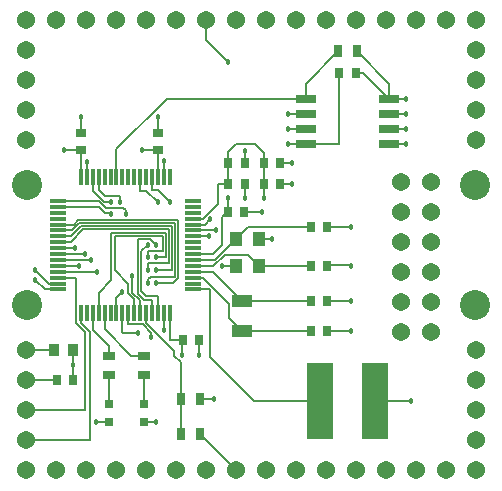
<source format=gbr>
%TF.GenerationSoftware,KiCad,Pcbnew,(6.0.5)*%
%TF.CreationDate,2022-06-03T10:14:53-04:00*%
%TF.ProjectId,pq-cdh,70712d63-6468-42e6-9b69-6361645f7063,V1.0.1*%
%TF.SameCoordinates,Original*%
%TF.FileFunction,Copper,L1,Top*%
%TF.FilePolarity,Positive*%
%FSLAX46Y46*%
G04 Gerber Fmt 4.6, Leading zero omitted, Abs format (unit mm)*
G04 Created by KiCad (PCBNEW (6.0.5)) date 2022-06-03 10:14:53*
%MOMM*%
%LPD*%
G01*
G04 APERTURE LIST*
%TA.AperFunction,ComponentPad*%
%ADD10C,1.540000*%
%TD*%
%TA.AperFunction,SMDPad,CuDef*%
%ADD11R,0.800000X1.000000*%
%TD*%
%TA.AperFunction,SMDPad,CuDef*%
%ADD12R,0.940000X0.750000*%
%TD*%
%TA.AperFunction,SMDPad,CuDef*%
%ADD13R,0.900000X1.000000*%
%TD*%
%TA.AperFunction,ComponentPad*%
%ADD14C,2.540000*%
%TD*%
%TA.AperFunction,SMDPad,CuDef*%
%ADD15R,0.750000X0.940000*%
%TD*%
%TA.AperFunction,SMDPad,CuDef*%
%ADD16R,1.475000X0.300000*%
%TD*%
%TA.AperFunction,SMDPad,CuDef*%
%ADD17R,0.300000X1.475000*%
%TD*%
%TA.AperFunction,SMDPad,CuDef*%
%ADD18R,1.000000X0.800000*%
%TD*%
%TA.AperFunction,SMDPad,CuDef*%
%ADD19R,1.800000X1.000000*%
%TD*%
%TA.AperFunction,SMDPad,CuDef*%
%ADD20R,0.800000X0.800000*%
%TD*%
%TA.AperFunction,SMDPad,CuDef*%
%ADD21R,1.785000X0.650000*%
%TD*%
%TA.AperFunction,SMDPad,CuDef*%
%ADD22R,1.100000X1.300000*%
%TD*%
%TA.AperFunction,SMDPad,CuDef*%
%ADD23R,2.300000X6.400000*%
%TD*%
%TA.AperFunction,ViaPad*%
%ADD24C,0.457200*%
%TD*%
%TA.AperFunction,Conductor*%
%ADD25C,0.127000*%
%TD*%
G04 APERTURE END LIST*
D10*
%TO.P,J1,1,Pin_1*%
%TO.N,VDD*%
X135950000Y-116890000D03*
%TO.P,J1,2,Pin_2*%
%TO.N,GND*%
X135950000Y-119430000D03*
%TO.P,J1,3,Pin_3*%
%TO.N,/SWDIO*%
X135950000Y-121970000D03*
%TO.P,J1,4,Pin_4*%
%TO.N,/SWCLK*%
X135950000Y-124510000D03*
%TD*%
D11*
%TO.P,R5,1*%
%TO.N,/VDD_FILT*%
X164000000Y-91600000D03*
%TO.P,R5,2*%
%TO.N,/SPI1_NSS*%
X162400000Y-91600000D03*
%TD*%
D10*
%TO.P,J5,1,Pin_1*%
%TO.N,unconnected-(J5-Pad1)*%
X135950000Y-88950000D03*
%TO.P,J5,2,Pin_2*%
%TO.N,unconnected-(J5-Pad2)*%
X138490000Y-88950000D03*
%TO.P,J5,3,Pin_3*%
%TO.N,GND*%
X141030000Y-88950000D03*
%TO.P,J5,4,Pin_4*%
%TO.N,unconnected-(J5-Pad4)*%
X143570000Y-88950000D03*
%TO.P,J5,5,Pin_5*%
%TO.N,unconnected-(J5-Pad5)*%
X146110000Y-88950000D03*
%TO.P,J5,6,Pin_6*%
%TO.N,unconnected-(J5-Pad6)*%
X148650000Y-88950000D03*
%TO.P,J5,7,Pin_7*%
%TO.N,/NRST*%
X151190000Y-88950000D03*
%TO.P,J5,8,Pin_8*%
%TO.N,/USART1_CK*%
X153730000Y-88950000D03*
%TO.P,J5,9,Pin_9*%
%TO.N,/USART1_CTS*%
X156270000Y-88950000D03*
%TO.P,J5,10,Pin_10*%
%TO.N,/USART1_TX*%
X158810000Y-88950000D03*
%TO.P,J5,11,Pin_11*%
%TO.N,/USART1_RX*%
X161350000Y-88950000D03*
%TO.P,J5,12,Pin_12*%
%TO.N,/USART1_RTS*%
X163890000Y-88950000D03*
%TO.P,J5,13,Pin_13*%
%TO.N,unconnected-(J5-Pad13)*%
X166430000Y-88950000D03*
%TO.P,J5,14,Pin_14*%
%TO.N,unconnected-(J5-Pad14)*%
X168970000Y-88950000D03*
%TO.P,J5,15,Pin_15*%
%TO.N,unconnected-(J5-Pad15)*%
X171510000Y-88950000D03*
%TO.P,J5,16,Pin_16*%
%TO.N,unconnected-(J5-Pad16)*%
X174050000Y-88950000D03*
%TD*%
D12*
%TO.P,C2,1*%
%TO.N,/VDD_FILT*%
X140650000Y-99900000D03*
%TO.P,C2,2*%
%TO.N,GND*%
X140650000Y-98500000D03*
%TD*%
D13*
%TO.P,FB1,1,1*%
%TO.N,VDD*%
X138400000Y-116900000D03*
%TO.P,FB1,2,2*%
%TO.N,/VDD_FILT*%
X140000000Y-116900000D03*
%TD*%
D14*
%TO.P,J6,1,Pin_1*%
%TO.N,GND*%
X173990000Y-113070000D03*
%TO.P,J6,2,Pin_2*%
X136070000Y-113070000D03*
%TO.P,J6,3,Pin_3*%
X173990000Y-102910000D03*
%TO.P,J6,4,Pin_4*%
X136070000Y-102910000D03*
%TD*%
D15*
%TO.P,C10,1*%
%TO.N,Net-(C10-Pad1)*%
X160100000Y-106500000D03*
%TO.P,C10,2*%
%TO.N,GND*%
X161500000Y-106500000D03*
%TD*%
D16*
%TO.P,IC1,1,VBAT*%
%TO.N,/VBAT*%
X150138000Y-111750000D03*
%TO.P,IC1,2,PC13*%
%TO.N,unconnected-(IC1-Pad2)*%
X150138000Y-111250000D03*
%TO.P,IC1,3,PC14-OSC32_IN*%
%TO.N,Net-(C13-Pad1)*%
X150138000Y-110750000D03*
%TO.P,IC1,4,PC15-OSC32_OUT*%
%TO.N,Net-(C12-Pad1)*%
X150138000Y-110250000D03*
%TO.P,IC1,5,PH0-OSC_IN*%
%TO.N,Net-(C11-Pad1)*%
X150138000Y-109750000D03*
%TO.P,IC1,6,PH1-OSC_OUT*%
%TO.N,Net-(C10-Pad1)*%
X150138000Y-109250000D03*
%TO.P,IC1,7,NRST*%
%TO.N,/NRST*%
X150138000Y-108750000D03*
%TO.P,IC1,8,PC0*%
%TO.N,unconnected-(IC1-Pad8)*%
X150138000Y-108250000D03*
%TO.P,IC1,9,PC1*%
%TO.N,unconnected-(IC1-Pad9)*%
X150138000Y-107750000D03*
%TO.P,IC1,10,PC2*%
%TO.N,/IO1_WP*%
X150138000Y-107250000D03*
%TO.P,IC1,11,PC3*%
%TO.N,/IO2_HR*%
X150138000Y-106750000D03*
%TO.P,IC1,12,VSSA/VREF-*%
%TO.N,GND*%
X150138000Y-106250000D03*
%TO.P,IC1,13,VDDA/VREF+*%
%TO.N,/VDD_FILT*%
X150138000Y-105750000D03*
%TO.P,IC1,14,PA0*%
%TO.N,unconnected-(IC1-Pad14)*%
X150138000Y-105250000D03*
%TO.P,IC1,15,PA1*%
%TO.N,unconnected-(IC1-Pad15)*%
X150138000Y-104750000D03*
%TO.P,IC1,16,PA2*%
%TO.N,unconnected-(IC1-Pad16)*%
X150138000Y-104250000D03*
D17*
%TO.P,IC1,17,PA3*%
%TO.N,unconnected-(IC1-Pad17)*%
X148150000Y-102262000D03*
%TO.P,IC1,18,VSS_1*%
%TO.N,GND*%
X147650000Y-102262000D03*
%TO.P,IC1,19,VDD_1*%
%TO.N,/VDD_FILT*%
X147150000Y-102262000D03*
%TO.P,IC1,20,PA4*%
%TO.N,/DCMI_HSYNC*%
X146650000Y-102262000D03*
%TO.P,IC1,21,PA5*%
%TO.N,unconnected-(IC1-Pad21)*%
X146150000Y-102262000D03*
%TO.P,IC1,22,PA6*%
%TO.N,/DCMI_PIXCLK*%
X145650000Y-102262000D03*
%TO.P,IC1,23,PA7*%
%TO.N,unconnected-(IC1-Pad23)*%
X145150000Y-102262000D03*
%TO.P,IC1,24,PC4*%
%TO.N,unconnected-(IC1-Pad24)*%
X144650000Y-102262000D03*
%TO.P,IC1,25,PC5*%
%TO.N,unconnected-(IC1-Pad25)*%
X144150000Y-102262000D03*
%TO.P,IC1,26,PB0*%
%TO.N,/SPI1_NSS*%
X143650000Y-102262000D03*
%TO.P,IC1,27,PB1*%
%TO.N,unconnected-(IC1-Pad27)*%
X143150000Y-102262000D03*
%TO.P,IC1,28,PB2*%
%TO.N,unconnected-(IC1-Pad28)*%
X142650000Y-102262000D03*
%TO.P,IC1,29,PB10*%
%TO.N,/LPUART_RX*%
X142150000Y-102262000D03*
%TO.P,IC1,30,PB11*%
%TO.N,/LPUART_TX*%
X141650000Y-102262000D03*
%TO.P,IC1,31,VSS_2*%
%TO.N,GND*%
X141150000Y-102262000D03*
%TO.P,IC1,32,VDD_2*%
%TO.N,/VDD_FILT*%
X140650000Y-102262000D03*
D16*
%TO.P,IC1,33,PB12*%
%TO.N,/LPUART_RTS*%
X138662000Y-104250000D03*
%TO.P,IC1,34,PB13*%
%TO.N,/LPUART_CTS*%
X138662000Y-104750000D03*
%TO.P,IC1,35,PB14*%
%TO.N,unconnected-(IC1-Pad35)*%
X138662000Y-105250000D03*
%TO.P,IC1,36,PB15*%
%TO.N,unconnected-(IC1-Pad36)*%
X138662000Y-105750000D03*
%TO.P,IC1,37,PC6*%
%TO.N,/DCMI_D0*%
X138662000Y-106250000D03*
%TO.P,IC1,38,PC7*%
%TO.N,/DCMI_D1*%
X138662000Y-106750000D03*
%TO.P,IC1,39,PC8*%
%TO.N,/DCMI_D2*%
X138662000Y-107250000D03*
%TO.P,IC1,40,PC9*%
%TO.N,/DCMI_D3*%
X138662000Y-107750000D03*
%TO.P,IC1,41,PA8*%
%TO.N,/USART1_CK*%
X138662000Y-108250000D03*
%TO.P,IC1,42,PA9*%
%TO.N,/USART1_TX*%
X138662000Y-108750000D03*
%TO.P,IC1,43,PA10*%
%TO.N,/USART1_RX*%
X138662000Y-109250000D03*
%TO.P,IC1,44,PA11*%
%TO.N,/USART1_CTS*%
X138662000Y-109750000D03*
%TO.P,IC1,45,PA12*%
%TO.N,/USART1_RTS*%
X138662000Y-110250000D03*
%TO.P,IC1,46,PA13*%
%TO.N,/SWDIO*%
X138662000Y-110750000D03*
%TO.P,IC1,47,VSS_3*%
%TO.N,GND*%
X138662000Y-111250000D03*
%TO.P,IC1,48,VDDUSB*%
%TO.N,/VDD_FILT*%
X138662000Y-111750000D03*
D17*
%TO.P,IC1,49,PA14*%
%TO.N,/SWCLK*%
X140650000Y-113738000D03*
%TO.P,IC1,50,PA15*%
%TO.N,unconnected-(IC1-Pad50)*%
X141150000Y-113738000D03*
%TO.P,IC1,51,PC10*%
%TO.N,/LED1*%
X141650000Y-113738000D03*
%TO.P,IC1,52,PC11*%
%TO.N,/DCMI_D4*%
X142150000Y-113738000D03*
%TO.P,IC1,53,PC12*%
%TO.N,/LED2*%
X142650000Y-113738000D03*
%TO.P,IC1,54,PD2*%
%TO.N,unconnected-(IC1-Pad54)*%
X143150000Y-113738000D03*
%TO.P,IC1,55,PB3*%
%TO.N,/SPI1_SCK*%
X143650000Y-113738000D03*
%TO.P,IC1,56,PB4*%
%TO.N,/SPI1_MISO*%
X144150000Y-113738000D03*
%TO.P,IC1,57,PB5*%
%TO.N,/SPI1_MOSI*%
X144650000Y-113738000D03*
%TO.P,IC1,58,PB6*%
%TO.N,/DCMI_D5*%
X145150000Y-113738000D03*
%TO.P,IC1,59,PB7*%
%TO.N,/DCMI_VSYNC*%
X145650000Y-113738000D03*
%TO.P,IC1,60,PH3-BOOT0*%
%TO.N,Net-(IC1-Pad60)*%
X146150000Y-113738000D03*
%TO.P,IC1,61,PB8*%
%TO.N,/DCMI_D6*%
X146650000Y-113738000D03*
%TO.P,IC1,62,PB9*%
%TO.N,/DCMI_D7*%
X147150000Y-113738000D03*
%TO.P,IC1,63,VSS_4*%
%TO.N,GND*%
X147650000Y-113738000D03*
%TO.P,IC1,64,VDD_3*%
%TO.N,/VDD_FILT*%
X148150000Y-113738000D03*
%TD*%
D15*
%TO.P,C11,1*%
%TO.N,Net-(C11-Pad1)*%
X160100000Y-109750000D03*
%TO.P,C11,2*%
%TO.N,GND*%
X161500000Y-109750000D03*
%TD*%
D10*
%TO.P,J7,1,Pin_1*%
%TO.N,/DCMI_D0*%
X170270000Y-115350000D03*
%TO.P,J7,2,Pin_2*%
%TO.N,/DCMI_D1*%
X167730000Y-115350000D03*
%TO.P,J7,3,Pin_3*%
%TO.N,/DCMI_D2*%
X170270000Y-112810000D03*
%TO.P,J7,4,Pin_4*%
%TO.N,/DCMI_D3*%
X167730000Y-112810000D03*
%TO.P,J7,5,Pin_5*%
%TO.N,/DCMI_D4*%
X170270000Y-110270000D03*
%TO.P,J7,6,Pin_6*%
%TO.N,/DCMI_D5*%
X167730000Y-110270000D03*
%TO.P,J7,7,Pin_7*%
%TO.N,/DCMI_D6*%
X170270000Y-107730000D03*
%TO.P,J7,8,Pin_8*%
%TO.N,/DCMI_D7*%
X167730000Y-107730000D03*
%TO.P,J7,9,Pin_9*%
%TO.N,unconnected-(J7-Pad9)*%
X170270000Y-105190000D03*
%TO.P,J7,10,Pin_10*%
%TO.N,/DCMI_PIXCLK*%
X167730000Y-105190000D03*
%TO.P,J7,11,Pin_11*%
%TO.N,/DCMI_HSYNC*%
X170270000Y-102650000D03*
%TO.P,J7,12,Pin_12*%
%TO.N,/DCMI_VSYNC*%
X167730000Y-102650000D03*
%TD*%
%TO.P,J8,1,Pin_1*%
%TO.N,unconnected-(J8-Pad1)*%
X174050000Y-116890000D03*
%TO.P,J8,2,Pin_2*%
%TO.N,GND*%
X174050000Y-119430000D03*
%TO.P,J8,3,Pin_3*%
%TO.N,unconnected-(J8-Pad3)*%
X174050000Y-121970000D03*
%TO.P,J8,4,Pin_4*%
%TO.N,unconnected-(J8-Pad4)*%
X174050000Y-124510000D03*
%TD*%
D18*
%TO.P,R2,1*%
%TO.N,/LED2*%
X146000000Y-117400000D03*
%TO.P,R2,2*%
%TO.N,Net-(LED2-Pad2)*%
X146000000Y-119000000D03*
%TD*%
D12*
%TO.P,C3,1*%
%TO.N,/VDD_FILT*%
X147150000Y-99900000D03*
%TO.P,C3,2*%
%TO.N,GND*%
X147150000Y-98500000D03*
%TD*%
D19*
%TO.P,Y2,1,1*%
%TO.N,Net-(C13-Pad1)*%
X154300000Y-115275000D03*
%TO.P,Y2,2,2*%
%TO.N,Net-(C12-Pad1)*%
X154300000Y-112725000D03*
%TD*%
D10*
%TO.P,J4,1,Pin_1*%
%TO.N,unconnected-(J4-Pad1)*%
X135950000Y-91490000D03*
%TO.P,J4,2,Pin_2*%
%TO.N,unconnected-(J4-Pad2)*%
X135950000Y-94030000D03*
%TO.P,J4,3,Pin_3*%
%TO.N,GND*%
X135950000Y-96570000D03*
%TO.P,J4,4,Pin_4*%
%TO.N,unconnected-(J4-Pad4)*%
X135950000Y-99110000D03*
%TD*%
D15*
%TO.P,C12,1*%
%TO.N,Net-(C12-Pad1)*%
X160100000Y-112725000D03*
%TO.P,C12,2*%
%TO.N,GND*%
X161500000Y-112725000D03*
%TD*%
D10*
%TO.P,J2,1,Pin_1*%
%TO.N,unconnected-(J2-Pad1)*%
X135950000Y-127050000D03*
%TO.P,J2,2,Pin_2*%
%TO.N,unconnected-(J2-Pad2)*%
X138490000Y-127050000D03*
%TO.P,J2,3,Pin_3*%
%TO.N,unconnected-(J2-Pad3)*%
X141030000Y-127050000D03*
%TO.P,J2,4,Pin_4*%
%TO.N,unconnected-(J2-Pad4)*%
X143570000Y-127050000D03*
%TO.P,J2,5,Pin_5*%
%TO.N,unconnected-(J2-Pad5)*%
X146110000Y-127050000D03*
%TO.P,J2,6,Pin_6*%
%TO.N,unconnected-(J2-Pad6)*%
X148650000Y-127050000D03*
%TO.P,J2,7,Pin_7*%
%TO.N,unconnected-(J2-Pad7)*%
X151190000Y-127050000D03*
%TO.P,J2,8,Pin_8*%
%TO.N,/BOOT0*%
X153730000Y-127050000D03*
%TO.P,J2,9,Pin_9*%
%TO.N,/LPUART_CTS*%
X156270000Y-127050000D03*
%TO.P,J2,10,Pin_10*%
%TO.N,/LPUART_TX*%
X158810000Y-127050000D03*
%TO.P,J2,11,Pin_11*%
%TO.N,/LPUART_RX*%
X161350000Y-127050000D03*
%TO.P,J2,12,Pin_12*%
%TO.N,/LPUART_RTS*%
X163890000Y-127050000D03*
%TO.P,J2,13,Pin_13*%
%TO.N,unconnected-(J2-Pad13)*%
X166430000Y-127050000D03*
%TO.P,J2,14,Pin_14*%
%TO.N,unconnected-(J2-Pad14)*%
X168970000Y-127050000D03*
%TO.P,J2,15,Pin_15*%
%TO.N,unconnected-(J2-Pad15)*%
X171510000Y-127050000D03*
%TO.P,J2,16,Pin_16*%
%TO.N,unconnected-(J2-Pad16)*%
X174050000Y-127050000D03*
%TD*%
D20*
%TO.P,LED1,1*%
%TO.N,GND*%
X143000000Y-122950000D03*
%TO.P,LED1,2*%
%TO.N,Net-(LED1-Pad2)*%
X143000000Y-121450000D03*
%TD*%
D11*
%TO.P,R3,1*%
%TO.N,Net-(IC1-Pad60)*%
X149100000Y-121000000D03*
%TO.P,R3,2*%
%TO.N,GND*%
X150700000Y-121000000D03*
%TD*%
D15*
%TO.P,C8,1*%
%TO.N,/VDD_FILT*%
X156100000Y-102800000D03*
%TO.P,C8,2*%
%TO.N,GND*%
X157500000Y-102800000D03*
%TD*%
%TO.P,C5,1*%
%TO.N,/VDD_FILT*%
X153100000Y-102800000D03*
%TO.P,C5,2*%
%TO.N,GND*%
X154500000Y-102800000D03*
%TD*%
D21*
%TO.P,IC2,1,CE#*%
%TO.N,/SPI1_NSS*%
X159668000Y-95595000D03*
%TO.P,IC2,2,SO(IO1)*%
%TO.N,/SPI1_MISO*%
X159668000Y-96865000D03*
%TO.P,IC2,3,WP#(IO2)*%
%TO.N,/IO1_WP*%
X159668000Y-98135000D03*
%TO.P,IC2,4,GND*%
%TO.N,GND*%
X159668000Y-99405000D03*
%TO.P,IC2,5,SI(IO0)*%
%TO.N,/SPI1_MOSI*%
X166732000Y-99405000D03*
%TO.P,IC2,6,SCK*%
%TO.N,/SPI1_SCK*%
X166732000Y-98135000D03*
%TO.P,IC2,7,HOLD#_OR__RESET#(IO3)*%
%TO.N,/IO2_HR*%
X166732000Y-96865000D03*
%TO.P,IC2,8,VCC*%
%TO.N,/VDD_FILT*%
X166732000Y-95595000D03*
%TD*%
D22*
%TO.P,Y1,1,CRYSTAL_1*%
%TO.N,Net-(C11-Pad1)*%
X155700000Y-109750000D03*
%TO.P,Y1,2,GND_1*%
%TO.N,GND*%
X155700000Y-107450000D03*
%TO.P,Y1,3,CRYSTAL_2*%
%TO.N,Net-(C10-Pad1)*%
X153800000Y-107450000D03*
%TO.P,Y1,4,GND_2*%
%TO.N,GND*%
X153800000Y-109750000D03*
%TD*%
D15*
%TO.P,C7,1*%
%TO.N,/VDD_FILT*%
X156100000Y-101000000D03*
%TO.P,C7,2*%
%TO.N,GND*%
X157500000Y-101000000D03*
%TD*%
%TO.P,C1,1*%
%TO.N,/VDD_FILT*%
X140000000Y-119430000D03*
%TO.P,C1,2*%
%TO.N,GND*%
X138600000Y-119430000D03*
%TD*%
%TO.P,C6,1*%
%TO.N,/VDD_FILT*%
X153100000Y-101000000D03*
%TO.P,C6,2*%
%TO.N,GND*%
X154500000Y-101000000D03*
%TD*%
D10*
%TO.P,J3,1,Pin_1*%
%TO.N,unconnected-(J3-Pad1)*%
X174050000Y-99110000D03*
%TO.P,J3,2,Pin_2*%
%TO.N,unconnected-(J3-Pad2)*%
X174050000Y-96570000D03*
%TO.P,J3,3,Pin_3*%
%TO.N,unconnected-(J3-Pad3)*%
X174050000Y-94030000D03*
%TO.P,J3,4,Pin_4*%
%TO.N,unconnected-(J3-Pad4)*%
X174050000Y-91490000D03*
%TD*%
D18*
%TO.P,R1,1*%
%TO.N,/LED1*%
X143000000Y-117400000D03*
%TO.P,R1,2*%
%TO.N,Net-(LED1-Pad2)*%
X143000000Y-119000000D03*
%TD*%
D11*
%TO.P,R4,1*%
%TO.N,/BOOT0*%
X150700000Y-124000000D03*
%TO.P,R4,2*%
%TO.N,Net-(IC1-Pad60)*%
X149100000Y-124000000D03*
%TD*%
D15*
%TO.P,C13,1*%
%TO.N,Net-(C13-Pad1)*%
X160100000Y-115275000D03*
%TO.P,C13,2*%
%TO.N,GND*%
X161500000Y-115275000D03*
%TD*%
%TO.P,C4,1*%
%TO.N,/VDD_FILT*%
X149240000Y-116040000D03*
%TO.P,C4,2*%
%TO.N,GND*%
X150640000Y-116040000D03*
%TD*%
%TO.P,C9,1*%
%TO.N,/NRST*%
X153050000Y-105200000D03*
%TO.P,C9,2*%
%TO.N,GND*%
X154450000Y-105200000D03*
%TD*%
D20*
%TO.P,LED2,1*%
%TO.N,GND*%
X146000000Y-122950000D03*
%TO.P,LED2,2*%
%TO.N,Net-(LED2-Pad2)*%
X146000000Y-121450000D03*
%TD*%
D15*
%TO.P,C14,1*%
%TO.N,/VDD_FILT*%
X163900000Y-93400000D03*
%TO.P,C14,2*%
%TO.N,GND*%
X162500000Y-93400000D03*
%TD*%
D23*
%TO.P,C15,1*%
%TO.N,/VBAT*%
X160900000Y-121200000D03*
%TO.P,C15,2*%
%TO.N,GND*%
X165500000Y-121200000D03*
%TD*%
D24*
%TO.N,GND*%
X158200000Y-99400000D03*
X158500000Y-102800000D03*
X147650000Y-100850000D03*
X151600000Y-105800000D03*
X147150000Y-97150000D03*
X136770000Y-110120000D03*
X154500000Y-104000000D03*
X163500000Y-115300000D03*
X152600000Y-109750000D03*
X168600000Y-121200000D03*
X156800000Y-107450000D03*
X163500000Y-106500000D03*
X141150000Y-100950000D03*
X147650000Y-115220000D03*
X163500000Y-109750000D03*
X156000000Y-105200000D03*
X147020000Y-122950000D03*
X158500000Y-101000000D03*
X151900000Y-121000000D03*
X150600000Y-117310000D03*
X141900000Y-122950000D03*
X154500000Y-100000000D03*
X163500000Y-112700000D03*
X140650000Y-97150000D03*
%TO.N,/USART1_RTS*%
X142000000Y-110250000D03*
%TO.N,/USART1_RX*%
X141500000Y-109250000D03*
%TO.N,/USART1_TX*%
X141000000Y-108750000D03*
%TO.N,/USART1_CTS*%
X140500000Y-109750000D03*
%TO.N,/USART1_CK*%
X140100000Y-108250000D03*
%TO.N,/NRST*%
X153100000Y-92500000D03*
X153100000Y-104000000D03*
%TO.N,/LPUART_RTS*%
X144450000Y-105350000D03*
%TO.N,/LPUART_RX*%
X143930000Y-104350000D03*
%TO.N,/LPUART_TX*%
X143210000Y-104350000D03*
%TO.N,/LPUART_CTS*%
X143210000Y-105350000D03*
%TO.N,/SPI1_MISO*%
X158200000Y-96865000D03*
X145500000Y-115400000D03*
%TO.N,/IO1_WP*%
X151500000Y-107250000D03*
X158200000Y-98135000D03*
%TO.N,/SPI1_MOSI*%
X146600000Y-115800000D03*
X168200000Y-99405000D03*
%TO.N,/SPI1_SCK*%
X144150000Y-112000000D03*
X168200000Y-98135000D03*
%TO.N,/VDD_FILT*%
X145840000Y-99900000D03*
X168200000Y-95600000D03*
X149200000Y-117310000D03*
X140000000Y-118140000D03*
X139190000Y-99900000D03*
X136770000Y-110930000D03*
X156100000Y-104000000D03*
%TO.N,/IO2_HR*%
X152100000Y-106750000D03*
X168200000Y-96865000D03*
%TO.N,/DCMI_HSYNC*%
X148150000Y-104350000D03*
%TO.N,/DCMI_PIXCLK*%
X147150000Y-104350000D03*
%TO.N,/DCMI_D0*%
X147000000Y-111190000D03*
%TO.N,/DCMI_D1*%
X146300000Y-111190000D03*
%TO.N,/DCMI_D2*%
X147000000Y-110110000D03*
%TO.N,/DCMI_D3*%
X146300000Y-110110000D03*
%TO.N,/DCMI_D4*%
X147000000Y-109030000D03*
%TO.N,/DCMI_D5*%
X146300000Y-109030000D03*
%TO.N,/DCMI_VSYNC*%
X145000000Y-110590000D03*
%TO.N,/DCMI_D6*%
X147000000Y-107950000D03*
%TO.N,/DCMI_D7*%
X146300000Y-107950000D03*
%TD*%
D25*
%TO.N,GND*%
X161500000Y-109700000D02*
X163500000Y-109700000D01*
X147650000Y-113738000D02*
X147650000Y-115220000D01*
X158205000Y-99405000D02*
X159668000Y-99405000D01*
X141900000Y-122950000D02*
X143000000Y-122950000D01*
X151150000Y-106250000D02*
X151600000Y-105800000D01*
X162495000Y-99405000D02*
X159668000Y-99405000D01*
X150700000Y-121000000D02*
X151900000Y-121000000D01*
X161500000Y-112700000D02*
X163500000Y-112700000D01*
X161500000Y-106500000D02*
X163500000Y-106500000D01*
X162500000Y-99400000D02*
X162495000Y-99405000D01*
X141150000Y-100950000D02*
X141150000Y-102262000D01*
X138600000Y-119430000D02*
X135950000Y-119430000D01*
X162500000Y-93400000D02*
X162500000Y-99400000D01*
X165500000Y-121200000D02*
X168600000Y-121200000D01*
X146000000Y-122950000D02*
X147020000Y-122950000D01*
X138662000Y-111250000D02*
X137900000Y-111250000D01*
X154500000Y-101000000D02*
X154500000Y-100000000D01*
X154450000Y-105200000D02*
X156000000Y-105200000D01*
X140650000Y-97150000D02*
X140650000Y-98500000D01*
X161500000Y-115300000D02*
X163500000Y-115300000D01*
X155700000Y-107450000D02*
X156800000Y-107450000D01*
X147650000Y-100850000D02*
X147650000Y-102262000D01*
X153800000Y-109750000D02*
X152600000Y-109750000D01*
X150640000Y-116040000D02*
X150600000Y-116080000D01*
X158500000Y-102800000D02*
X157500000Y-102800000D01*
X137900000Y-111250000D02*
X136770000Y-110120000D01*
X150138000Y-106250000D02*
X151150000Y-106250000D01*
X154500000Y-102800000D02*
X154500000Y-104000000D01*
X150600000Y-116080000D02*
X150600000Y-117310000D01*
X157500000Y-101000000D02*
X158500000Y-101000000D01*
X147150000Y-98500000D02*
X147150000Y-97150000D01*
X158200000Y-99400000D02*
X158205000Y-99405000D01*
%TO.N,/SWCLK*%
X141390000Y-115342500D02*
X141390000Y-124510000D01*
X141390000Y-124510000D02*
X135950000Y-124510000D01*
X140650000Y-113738000D02*
X140650000Y-114602500D01*
X140650000Y-114602500D02*
X141390000Y-115342500D01*
%TO.N,/SWDIO*%
X140210000Y-114565522D02*
X140210000Y-110750000D01*
X140210000Y-110750000D02*
X138662000Y-110750000D01*
X135950000Y-121970000D02*
X140990000Y-121970000D01*
X140990000Y-115345522D02*
X140210000Y-114565522D01*
X140990000Y-121970000D02*
X140990000Y-115345522D01*
%TO.N,VDD*%
X135960000Y-116900000D02*
X135950000Y-116890000D01*
X138400000Y-116900000D02*
X135960000Y-116900000D01*
%TO.N,/USART1_RTS*%
X138662000Y-110250000D02*
X142000000Y-110250000D01*
%TO.N,/USART1_RX*%
X138662000Y-109250000D02*
X141500000Y-109250000D01*
%TO.N,/USART1_TX*%
X138662000Y-108750000D02*
X141000000Y-108750000D01*
%TO.N,/USART1_CTS*%
X138662000Y-109750000D02*
X140500000Y-109750000D01*
%TO.N,/USART1_CK*%
X138662000Y-108250000D02*
X140100000Y-108250000D01*
%TO.N,/NRST*%
X153100000Y-105150000D02*
X153050000Y-105200000D01*
X150138000Y-108750000D02*
X151800000Y-108750000D01*
X151190000Y-90590000D02*
X153100000Y-92500000D01*
X151190000Y-88950000D02*
X151190000Y-90590000D01*
X152600000Y-105650000D02*
X153050000Y-105200000D01*
X152600000Y-107950000D02*
X152600000Y-105650000D01*
X151800000Y-108750000D02*
X152600000Y-107950000D01*
X153100000Y-104000000D02*
X153100000Y-105150000D01*
%TO.N,/LPUART_RTS*%
X144450000Y-105050000D02*
X144220000Y-104820000D01*
X142171468Y-104250000D02*
X138662000Y-104250000D01*
X142741468Y-104820000D02*
X142171468Y-104250000D01*
X144220000Y-104820000D02*
X142741468Y-104820000D01*
X144450000Y-105350000D02*
X144450000Y-105050000D01*
%TO.N,/LPUART_RX*%
X142650000Y-103850000D02*
X143930000Y-103850000D01*
X142150000Y-102262000D02*
X142150000Y-103350000D01*
X142150000Y-103350000D02*
X142650000Y-103850000D01*
X143930000Y-103850000D02*
X143930000Y-104350000D01*
%TO.N,/LPUART_TX*%
X141650000Y-103370000D02*
X142630000Y-104350000D01*
X142630000Y-104350000D02*
X143210000Y-104350000D01*
X141650000Y-102262000D02*
X141650000Y-103370000D01*
%TO.N,/LPUART_CTS*%
X138662000Y-104750000D02*
X142210000Y-104750000D01*
X143110000Y-105250000D02*
X143210000Y-105350000D01*
X142710000Y-105250000D02*
X143110000Y-105250000D01*
X142210000Y-104750000D02*
X142710000Y-105250000D01*
%TO.N,/BOOT0*%
X150700000Y-124000000D02*
X150700000Y-124020000D01*
X150700000Y-124020000D02*
X153730000Y-127050000D01*
%TO.N,/SPI1_NSS*%
X143650000Y-99830000D02*
X147885000Y-95595000D01*
X162400000Y-91600000D02*
X159668000Y-94332000D01*
X159668000Y-95595000D02*
X150195000Y-95595000D01*
X159668000Y-94332000D02*
X159668000Y-95595000D01*
X143650000Y-102262000D02*
X143650000Y-99830000D01*
X147885000Y-95595000D02*
X150195000Y-95595000D01*
%TO.N,/SPI1_MISO*%
X145500000Y-115400000D02*
X144170000Y-115400000D01*
X144170000Y-115400000D02*
X144150000Y-115380000D01*
X144150000Y-113738000D02*
X144150000Y-115380000D01*
X158200000Y-96865000D02*
X159668000Y-96865000D01*
%TO.N,/IO1_WP*%
X150138000Y-107250000D02*
X151500000Y-107250000D01*
X158200000Y-98135000D02*
X159668000Y-98135000D01*
%TO.N,/SPI1_MOSI*%
X144660000Y-114710000D02*
X145870000Y-114710000D01*
X145870000Y-114710000D02*
X146600000Y-115440000D01*
X144650000Y-113738000D02*
X144650000Y-114700000D01*
X146600000Y-115440000D02*
X146600000Y-115800000D01*
X144650000Y-114700000D02*
X144660000Y-114710000D01*
X166732000Y-99405000D02*
X168200000Y-99405000D01*
%TO.N,/SPI1_SCK*%
X143650000Y-113738000D02*
X143650000Y-112500000D01*
X166732000Y-98135000D02*
X168200000Y-98135000D01*
X143650000Y-112500000D02*
X144150000Y-112000000D01*
%TO.N,/VDD_FILT*%
X153100000Y-101000000D02*
X153100000Y-102800000D01*
X153100000Y-100090000D02*
X153780000Y-99410000D01*
X153100000Y-101000000D02*
X153100000Y-100090000D01*
X145840000Y-99900000D02*
X147150000Y-99900000D01*
X140000000Y-116900000D02*
X140000000Y-118140000D01*
X168195000Y-95595000D02*
X168200000Y-95600000D01*
X166732000Y-94332000D02*
X166732000Y-95595000D01*
X156100000Y-101000000D02*
X156100000Y-102800000D01*
X166732000Y-95595000D02*
X168195000Y-95595000D01*
X151002500Y-105750000D02*
X150138000Y-105750000D01*
X164537000Y-93400000D02*
X166732000Y-95595000D01*
X139190000Y-99900000D02*
X140650000Y-99900000D01*
X152240000Y-104512500D02*
X151002500Y-105750000D01*
X153100000Y-102800000D02*
X152240000Y-102800000D01*
X148150000Y-116040000D02*
X149200000Y-116040000D01*
X155350000Y-99410000D02*
X156100000Y-100160000D01*
X140000000Y-118140000D02*
X140000000Y-119400000D01*
X156100000Y-102800000D02*
X156100000Y-104000000D01*
X153780000Y-99410000D02*
X155350000Y-99410000D01*
X164000000Y-91600000D02*
X166732000Y-94332000D01*
X137590000Y-111750000D02*
X136770000Y-110930000D01*
X149200000Y-116040000D02*
X149200000Y-117310000D01*
X140650000Y-102262000D02*
X140650000Y-99900000D01*
X156100000Y-100160000D02*
X156100000Y-101000000D01*
X138662000Y-111750000D02*
X137590000Y-111750000D01*
X152240000Y-102800000D02*
X152240000Y-104512500D01*
X147150000Y-102262000D02*
X147150000Y-99900000D01*
X163900000Y-93400000D02*
X164537000Y-93400000D01*
X148150000Y-113738000D02*
X148150000Y-116040000D01*
%TO.N,/LED1*%
X141650000Y-115220000D02*
X141650000Y-113738000D01*
X143000000Y-117400000D02*
X143000000Y-116570000D01*
X143000000Y-116570000D02*
X141650000Y-115220000D01*
%TO.N,/LED2*%
X144920000Y-117400000D02*
X146000000Y-117400000D01*
X142650000Y-115130000D02*
X144920000Y-117400000D01*
X142650000Y-113738000D02*
X142650000Y-115130000D01*
%TO.N,Net-(IC1-Pad60)*%
X148545000Y-116997500D02*
X148545000Y-117355000D01*
X149100000Y-117910000D02*
X149100000Y-121000000D01*
X146150000Y-114602500D02*
X148545000Y-116997500D01*
X148545000Y-117355000D02*
X149100000Y-117910000D01*
X149100000Y-121000000D02*
X149100000Y-124000000D01*
X146150000Y-113738000D02*
X146150000Y-114602500D01*
%TO.N,/VBAT*%
X151540000Y-117470000D02*
X155270000Y-121200000D01*
X155270000Y-121200000D02*
X160900000Y-121200000D01*
X151540000Y-111750000D02*
X151540000Y-117470000D01*
X150138000Y-111750000D02*
X151540000Y-111750000D01*
%TO.N,/IO2_HR*%
X150138000Y-106750000D02*
X152100000Y-106750000D01*
X166732000Y-96865000D02*
X168200000Y-96865000D01*
%TO.N,/DCMI_HSYNC*%
X147160000Y-103360000D02*
X146650000Y-103360000D01*
X148150000Y-104350000D02*
X147160000Y-103360000D01*
X146650000Y-103360000D02*
X146650000Y-102262000D01*
%TO.N,/DCMI_PIXCLK*%
X147150000Y-104350000D02*
X146180000Y-103380000D01*
X145650000Y-102262000D02*
X145650000Y-103380000D01*
X146180000Y-103380000D02*
X145650000Y-103380000D01*
%TO.N,Net-(LED1-Pad2)*%
X143000000Y-119000000D02*
X143000000Y-121450000D01*
%TO.N,/DCMI_D0*%
X138662000Y-106250000D02*
X140040000Y-106250000D01*
X140040000Y-106250000D02*
X140400000Y-105890000D01*
X148840000Y-110758531D02*
X148408531Y-111190000D01*
X140400000Y-105890000D02*
X148840000Y-105890000D01*
X148840000Y-105890000D02*
X148840000Y-110758531D01*
X148408531Y-111190000D02*
X147000000Y-111190000D01*
%TO.N,/DCMI_D1*%
X148579440Y-106162960D02*
X148586480Y-106170000D01*
X139923520Y-106750000D02*
X140510560Y-106162960D01*
X140510560Y-106162960D02*
X148579440Y-106162960D01*
X138662000Y-106750000D02*
X139923520Y-106750000D01*
X146300000Y-110890000D02*
X146536480Y-110653520D01*
X146300000Y-111190000D02*
X146300000Y-110890000D01*
X148586480Y-110653520D02*
X146536480Y-110653520D01*
X148586480Y-106170000D02*
X148586480Y-110653520D01*
%TO.N,/DCMI_D2*%
X139830000Y-107250000D02*
X140663520Y-106416480D01*
X138662000Y-107250000D02*
X139830000Y-107250000D01*
X148329440Y-106416480D02*
X148332960Y-106420000D01*
X140663520Y-106416480D02*
X148329440Y-106416480D01*
X148332960Y-106420000D02*
X148332960Y-110110000D01*
X148332960Y-110110000D02*
X147000000Y-110110000D01*
%TO.N,/DCMI_D3*%
X138662000Y-107750000D02*
X139770000Y-107750000D01*
X139770000Y-107750000D02*
X140850000Y-106670000D01*
X140850000Y-106670000D02*
X148079440Y-106670000D01*
X146300000Y-110110000D02*
X146300000Y-109520000D01*
X146330000Y-109490000D02*
X148079440Y-109490000D01*
X146300000Y-109520000D02*
X146330000Y-109490000D01*
X148079440Y-106670000D02*
X148079440Y-109470000D01*
%TO.N,/DCMI_D4*%
X147000000Y-109030000D02*
X147790000Y-109030000D01*
X142150000Y-112010000D02*
X142150000Y-113738000D01*
X143200000Y-106970000D02*
X143200000Y-110960000D01*
X147825920Y-108994080D02*
X147825920Y-106956480D01*
X147790000Y-109030000D02*
X147825920Y-108994080D01*
X143200000Y-110960000D02*
X142150000Y-112010000D01*
X143213520Y-106956480D02*
X143200000Y-106970000D01*
X147825920Y-106956480D02*
X143213520Y-106956480D01*
%TO.N,Net-(LED2-Pad2)*%
X146000000Y-121450000D02*
X146000000Y-119000000D01*
%TO.N,Net-(C13-Pad1)*%
X151002500Y-110750000D02*
X153209989Y-112957489D01*
X153209989Y-114184989D02*
X154300000Y-115275000D01*
X150138000Y-110750000D02*
X151002500Y-110750000D01*
X153209989Y-112957489D02*
X153209989Y-114184989D01*
X154300000Y-115275000D02*
X160100000Y-115275000D01*
%TO.N,Net-(C12-Pad1)*%
X154300000Y-112725000D02*
X160100000Y-112725000D01*
X151825000Y-110250000D02*
X154300000Y-112725000D01*
X150138000Y-110250000D02*
X151825000Y-110250000D01*
%TO.N,/DCMI_D5*%
X143490000Y-107210000D02*
X147560000Y-107210000D01*
X146300000Y-108468160D02*
X146314080Y-108454080D01*
X147560000Y-107210000D02*
X147560000Y-108454080D01*
X145150000Y-112538532D02*
X144666480Y-112055010D01*
X145150000Y-113738000D02*
X145150000Y-112538532D01*
X143490000Y-110070000D02*
X143490000Y-107210000D01*
X144666480Y-111246480D02*
X143490000Y-110070000D01*
X144666480Y-112055010D02*
X144666480Y-111246480D01*
X146300000Y-109030000D02*
X146300000Y-108468160D01*
X147560000Y-108454080D02*
X146314080Y-108454080D01*
%TO.N,/DCMI_VSYNC*%
X145650000Y-112680000D02*
X145650000Y-113738000D01*
X145000000Y-112030000D02*
X145005000Y-112035000D01*
X145000000Y-110590000D02*
X145000000Y-112030000D01*
X145005000Y-112035000D02*
X145650000Y-112680000D01*
%TO.N,/DCMI_D6*%
X147000000Y-107950000D02*
X146516480Y-107466480D01*
X146516480Y-107466480D02*
X145486480Y-107466480D01*
X145486480Y-107466480D02*
X145486480Y-112157948D01*
X145486480Y-112157948D02*
X145988532Y-112660000D01*
X146650000Y-112660000D02*
X146650000Y-113738000D01*
X145988532Y-112660000D02*
X146650000Y-112660000D01*
%TO.N,/DCMI_D7*%
X145740000Y-111880000D02*
X146190000Y-112330000D01*
X145740000Y-108510000D02*
X146300000Y-107950000D01*
X146190000Y-112330000D02*
X147150000Y-112330000D01*
X147150000Y-112330000D02*
X147150000Y-113738000D01*
X145740000Y-111880000D02*
X145740000Y-108510000D01*
%TO.N,Net-(C11-Pad1)*%
X154750000Y-108800000D02*
X155700000Y-109750000D01*
X160100000Y-109750000D02*
X155700000Y-109750000D01*
X152808532Y-108800000D02*
X154750000Y-108800000D01*
X151858532Y-109750000D02*
X152808532Y-108800000D01*
X150138000Y-109750000D02*
X151858532Y-109750000D01*
%TO.N,Net-(C10-Pad1)*%
X160100000Y-106500000D02*
X154750000Y-106500000D01*
X152000000Y-109250000D02*
X153800000Y-107450000D01*
X150138000Y-109250000D02*
X152000000Y-109250000D01*
X154750000Y-106500000D02*
X153800000Y-107450000D01*
%TD*%
M02*

</source>
